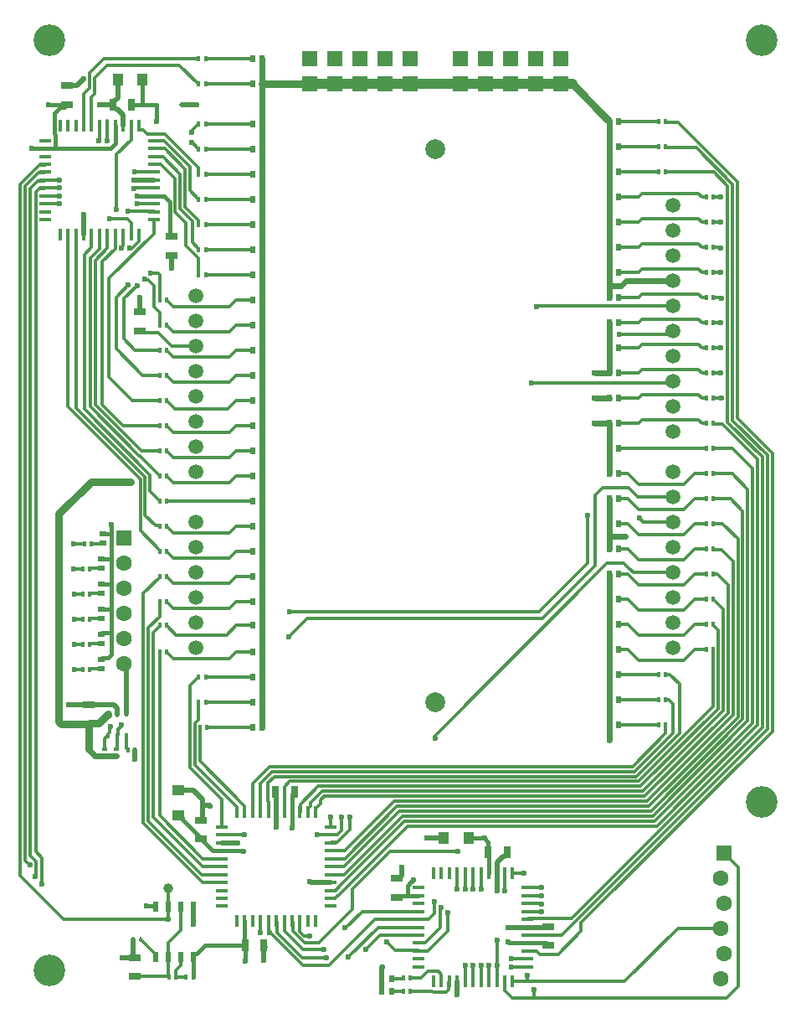
<source format=gtl>
G04*
G04 #@! TF.GenerationSoftware,Altium Limited,Altium Designer,19.0.14 (431)*
G04*
G04 Layer_Physical_Order=1*
G04 Layer_Color=255*
%FSLAX44Y44*%
%MOMM*%
G71*
G01*
G75*
%ADD19R,1.0000X1.3000*%
%ADD20R,1.3000X1.0000*%
%ADD21R,0.3000X0.5000*%
%ADD22R,0.6000X0.7000*%
%ADD23R,0.4000X0.6000*%
%ADD24R,0.5000X0.3000*%
%ADD25R,0.7000X0.6000*%
%ADD26R,1.2500X0.8000*%
%ADD27R,0.8000X1.2500*%
%ADD28R,0.2500X0.5000*%
%ADD29C,1.0000*%
%ADD30R,0.5000X1.1000*%
%ADD31R,0.4000X1.2000*%
%ADD32R,1.2000X0.4000*%
%ADD53C,0.4000*%
%ADD54C,0.5000*%
%ADD55C,0.3000*%
%ADD56C,1.0000*%
%ADD57C,0.8000*%
%ADD58C,0.6000*%
%ADD59R,1.6000X1.6000*%
%ADD60C,2.0000*%
%ADD61C,1.5000*%
%ADD62C,3.2000*%
%ADD63R,1.6000X1.6000*%
%ADD64C,1.6000*%
%ADD65C,0.6000*%
D19*
X438604Y173482D02*
D03*
X463604D02*
D03*
X108912Y940000D02*
D03*
X133912D02*
D03*
D20*
X169926Y221796D02*
D03*
Y196796D02*
D03*
D21*
X397914Y31994D02*
D03*
X404914D02*
D03*
X397914Y19040D02*
D03*
X404914D02*
D03*
X167424Y33010D02*
D03*
X160424D02*
D03*
X184950Y33264D02*
D03*
X177950D02*
D03*
X118764Y262880D02*
D03*
X125764D02*
D03*
X81826Y471160D02*
D03*
X74826D02*
D03*
X80048Y445760D02*
D03*
X73048D02*
D03*
X80048Y420360D02*
D03*
X73048D02*
D03*
X80048Y394960D02*
D03*
X73048D02*
D03*
X80048Y369560D02*
D03*
X73048D02*
D03*
X80048Y344160D02*
D03*
X73048D02*
D03*
X158026Y590540D02*
D03*
X151026D02*
D03*
X158026Y565140D02*
D03*
X151026D02*
D03*
X158026Y539740D02*
D03*
X151026D02*
D03*
X158026Y514340D02*
D03*
X151026D02*
D03*
X158026Y488940D02*
D03*
X151026D02*
D03*
X158026Y463540D02*
D03*
X151026D02*
D03*
X158026Y438140D02*
D03*
X151026D02*
D03*
X158026Y412740D02*
D03*
X151026D02*
D03*
X158026Y388610D02*
D03*
X151026D02*
D03*
X158026Y361940D02*
D03*
X151026D02*
D03*
X197650Y336540D02*
D03*
X190650D02*
D03*
X197650Y311140D02*
D03*
X190650D02*
D03*
X198920Y285740D02*
D03*
X191920D02*
D03*
X158026Y615940D02*
D03*
X151026D02*
D03*
X158026Y641340D02*
D03*
X151026D02*
D03*
X158026Y666740D02*
D03*
X151026D02*
D03*
X158026Y692140D02*
D03*
X151026D02*
D03*
X158026Y717540D02*
D03*
X151026D02*
D03*
X197650Y742940D02*
D03*
X190650D02*
D03*
X197650Y768340D02*
D03*
X190650D02*
D03*
X197650Y793740D02*
D03*
X190650D02*
D03*
X197650Y819140D02*
D03*
X190650D02*
D03*
X197650Y844540D02*
D03*
X190650D02*
D03*
X197650Y869940D02*
D03*
X190650D02*
D03*
X197650Y895340D02*
D03*
X190650D02*
D03*
X197650Y935340D02*
D03*
X190650D02*
D03*
X197650Y960740D02*
D03*
X190650D02*
D03*
X703984Y364234D02*
D03*
X710984D02*
D03*
X703984Y389605D02*
D03*
X710984D02*
D03*
X703984Y414976D02*
D03*
X710984D02*
D03*
X703984Y440347D02*
D03*
X710984D02*
D03*
X703984Y465718D02*
D03*
X710984D02*
D03*
X703984Y491088D02*
D03*
X710984D02*
D03*
X703984Y516459D02*
D03*
X710984D02*
D03*
X703984Y541830D02*
D03*
X710984D02*
D03*
X703984Y567201D02*
D03*
X710984D02*
D03*
X703984Y592572D02*
D03*
X710984D02*
D03*
X703984Y618226D02*
D03*
X710984D02*
D03*
X703984Y643627D02*
D03*
X710984D02*
D03*
X703984Y669027D02*
D03*
X710984D02*
D03*
X703984Y694428D02*
D03*
X710984D02*
D03*
X703984Y719829D02*
D03*
X710984D02*
D03*
X703984Y745229D02*
D03*
X710984D02*
D03*
X703984Y770630D02*
D03*
X710984D02*
D03*
X703984Y796031D02*
D03*
X710984D02*
D03*
X703984Y821432D02*
D03*
X710984D02*
D03*
X655978Y288034D02*
D03*
X662978D02*
D03*
X655978Y313557D02*
D03*
X662978D02*
D03*
X655978Y339080D02*
D03*
X662978D02*
D03*
X655978Y846572D02*
D03*
X662978D02*
D03*
X655978Y872226D02*
D03*
X662978D02*
D03*
X655978Y897880D02*
D03*
X662978D02*
D03*
D22*
X385590Y31740D02*
D03*
X376090D02*
D03*
X385590Y18786D02*
D03*
X376090D02*
D03*
X615460Y592834D02*
D03*
X605960D02*
D03*
X245280Y463540D02*
D03*
X254780D02*
D03*
X615460Y567434D02*
D03*
X605960D02*
D03*
X245280Y488940D02*
D03*
X254780D02*
D03*
X615460Y542034D02*
D03*
X605960D02*
D03*
X245280Y514340D02*
D03*
X254780D02*
D03*
X615460Y516634D02*
D03*
X605960D02*
D03*
X245280Y539740D02*
D03*
X254780D02*
D03*
X615460Y491234D02*
D03*
X605960D02*
D03*
X245280Y565140D02*
D03*
X254780D02*
D03*
X615460Y465834D02*
D03*
X605960D02*
D03*
X245280Y590540D02*
D03*
X254780D02*
D03*
X615460Y440434D02*
D03*
X605960D02*
D03*
X245280Y615940D02*
D03*
X254780D02*
D03*
X615460Y415034D02*
D03*
X605960D02*
D03*
X245280Y641340D02*
D03*
X254780D02*
D03*
X615460Y389634D02*
D03*
X605960D02*
D03*
X245280Y666740D02*
D03*
X254780D02*
D03*
X615714Y872233D02*
D03*
X606214D02*
D03*
X615460Y364234D02*
D03*
X605960D02*
D03*
X245280Y692140D02*
D03*
X254780D02*
D03*
X615714Y846832D02*
D03*
X606214D02*
D03*
X615460Y338834D02*
D03*
X605960D02*
D03*
X245280Y717540D02*
D03*
X254780D02*
D03*
X615714Y821432D02*
D03*
X606214D02*
D03*
X615460Y313434D02*
D03*
X605960D02*
D03*
X245280Y742940D02*
D03*
X254780D02*
D03*
X615714Y796031D02*
D03*
X606214D02*
D03*
X615460Y288034D02*
D03*
X605960D02*
D03*
X245280Y768340D02*
D03*
X254780D02*
D03*
X615714Y770630D02*
D03*
X606214D02*
D03*
X245280Y793740D02*
D03*
X254780D02*
D03*
X615714Y745229D02*
D03*
X606214D02*
D03*
X245280Y311140D02*
D03*
X254780D02*
D03*
X245280Y819140D02*
D03*
X254780D02*
D03*
X615714Y719829D02*
D03*
X606214D02*
D03*
X245280Y336540D02*
D03*
X254780D02*
D03*
X245280Y844540D02*
D03*
X254780D02*
D03*
X615714Y694428D02*
D03*
X606214D02*
D03*
X245280Y361940D02*
D03*
X254780D02*
D03*
X245280Y869940D02*
D03*
X254780D02*
D03*
X615714Y669027D02*
D03*
X606214D02*
D03*
X245280Y388610D02*
D03*
X254780D02*
D03*
X245280Y895340D02*
D03*
X254780D02*
D03*
X615714Y643627D02*
D03*
X606214D02*
D03*
X245280Y412740D02*
D03*
X254780D02*
D03*
X245280Y935340D02*
D03*
X254780D02*
D03*
X615714Y618226D02*
D03*
X606214D02*
D03*
X245280Y438140D02*
D03*
X254780D02*
D03*
X615714Y897634D02*
D03*
X606214D02*
D03*
X245280Y285740D02*
D03*
X254780D02*
D03*
X245280Y960740D02*
D03*
X254780D02*
D03*
D23*
X108196Y277457D02*
D03*
X98696Y299457D02*
D03*
X117696D02*
D03*
X108196D02*
D03*
X117696Y277457D02*
D03*
X98696D02*
D03*
D24*
X107282Y256642D02*
D03*
Y263642D02*
D03*
X95090Y256586D02*
D03*
Y263586D02*
D03*
D25*
X92296Y344998D02*
D03*
Y354498D02*
D03*
X94074Y471998D02*
D03*
Y481498D02*
D03*
X92296Y370398D02*
D03*
Y379898D02*
D03*
Y395798D02*
D03*
Y405298D02*
D03*
Y421198D02*
D03*
Y430698D02*
D03*
Y446598D02*
D03*
Y456098D02*
D03*
D26*
X79088Y289194D02*
D03*
Y308194D02*
D03*
X126078Y33670D02*
D03*
Y52670D02*
D03*
X192626Y172608D02*
D03*
Y191608D02*
D03*
X130626Y686206D02*
D03*
Y705206D02*
D03*
X163416Y781244D02*
D03*
Y762244D02*
D03*
X56990Y914948D02*
D03*
Y933948D02*
D03*
X544322Y65176D02*
D03*
Y84176D02*
D03*
X391254Y114056D02*
D03*
Y133056D02*
D03*
D27*
X237736Y65014D02*
D03*
X256736D02*
D03*
X287376Y219964D02*
D03*
X268376D02*
D03*
X122624Y914898D02*
D03*
X103624D02*
D03*
X483608Y159502D02*
D03*
X502608D02*
D03*
D28*
X124360Y71364D02*
D03*
X131860D02*
D03*
D29*
X159606Y122672D02*
D03*
D30*
X146906Y53330D02*
D03*
X159606D02*
D03*
X172306D02*
D03*
X185006D02*
D03*
X146906Y104330D02*
D03*
X159606D02*
D03*
X172306D02*
D03*
X185006D02*
D03*
D31*
X309080Y199770D02*
D03*
X301080D02*
D03*
X293080D02*
D03*
X285080D02*
D03*
X277080D02*
D03*
X269080D02*
D03*
X261080D02*
D03*
X253080D02*
D03*
X245080D02*
D03*
X237080D02*
D03*
X229080D02*
D03*
Y89770D02*
D03*
X237080D02*
D03*
X245080D02*
D03*
X253080D02*
D03*
X261080D02*
D03*
X269080D02*
D03*
X277080D02*
D03*
X285080D02*
D03*
X293080D02*
D03*
X301080D02*
D03*
X309080D02*
D03*
X50264Y893444D02*
D03*
X58264D02*
D03*
X66264D02*
D03*
X74264D02*
D03*
X82264D02*
D03*
X90264D02*
D03*
X98264D02*
D03*
X106264D02*
D03*
X114264D02*
D03*
X122264D02*
D03*
X130264D02*
D03*
Y783444D02*
D03*
X122264D02*
D03*
X114264D02*
D03*
X106264D02*
D03*
X98264D02*
D03*
X90264D02*
D03*
X82264D02*
D03*
X74264D02*
D03*
X66264D02*
D03*
X58264D02*
D03*
X50264D02*
D03*
X428216Y138556D02*
D03*
X436216D02*
D03*
X444216D02*
D03*
X452216D02*
D03*
X460216D02*
D03*
X468216D02*
D03*
X476216D02*
D03*
X484216D02*
D03*
X492216D02*
D03*
X500216D02*
D03*
X508216D02*
D03*
Y28556D02*
D03*
X500216D02*
D03*
X492216D02*
D03*
X484216D02*
D03*
X476216D02*
D03*
X468216D02*
D03*
X460216D02*
D03*
X452216D02*
D03*
X444216D02*
D03*
X436216D02*
D03*
X428216D02*
D03*
D32*
X214080Y104770D02*
D03*
Y112770D02*
D03*
Y120770D02*
D03*
Y128770D02*
D03*
Y136770D02*
D03*
Y144770D02*
D03*
Y152770D02*
D03*
Y160770D02*
D03*
Y168770D02*
D03*
Y176770D02*
D03*
Y184770D02*
D03*
X324080D02*
D03*
Y176770D02*
D03*
Y168770D02*
D03*
Y160770D02*
D03*
Y152770D02*
D03*
Y144770D02*
D03*
Y136770D02*
D03*
Y128770D02*
D03*
Y120770D02*
D03*
Y112770D02*
D03*
Y104770D02*
D03*
X145264Y798444D02*
D03*
Y806444D02*
D03*
Y814444D02*
D03*
Y822444D02*
D03*
Y830444D02*
D03*
Y838444D02*
D03*
Y846444D02*
D03*
Y854444D02*
D03*
Y862444D02*
D03*
Y870444D02*
D03*
Y878444D02*
D03*
X35264D02*
D03*
Y870444D02*
D03*
Y862444D02*
D03*
Y854444D02*
D03*
Y846444D02*
D03*
Y838444D02*
D03*
Y830444D02*
D03*
Y822444D02*
D03*
Y814444D02*
D03*
Y806444D02*
D03*
Y798444D02*
D03*
X523216Y43556D02*
D03*
Y51556D02*
D03*
Y59556D02*
D03*
Y67556D02*
D03*
Y75556D02*
D03*
Y83556D02*
D03*
Y91556D02*
D03*
Y99556D02*
D03*
Y107556D02*
D03*
Y115556D02*
D03*
Y123556D02*
D03*
X413216D02*
D03*
Y115556D02*
D03*
Y107556D02*
D03*
Y99556D02*
D03*
Y91556D02*
D03*
Y83556D02*
D03*
Y75556D02*
D03*
Y67556D02*
D03*
Y59556D02*
D03*
Y51556D02*
D03*
Y43556D02*
D03*
D53*
X480060Y173482D02*
X483608Y169934D01*
Y159502D02*
Y169934D01*
X463604Y173482D02*
X480060D01*
X122624Y917148D02*
X124864Y914908D01*
X161218Y781244D02*
Y816766D01*
X192626Y172608D02*
X193134D01*
X190126Y175108D02*
Y176596D01*
X174426Y192296D02*
X190126Y176596D01*
X174426Y192296D02*
Y193796D01*
X171426Y196796D02*
X174426Y193796D01*
X169926Y196796D02*
X171426D01*
X133912Y914908D02*
Y940000D01*
X124864Y914908D02*
X133912D01*
X122624Y914898D02*
X148176D01*
X122624D02*
Y917148D01*
X92296Y430698D02*
X101516D01*
X101948Y430266D01*
X93296Y355498D02*
X98554D01*
X92296Y354498D02*
X93296Y355498D01*
X101948Y358892D02*
Y381244D01*
X98554Y355498D02*
X101948Y358892D01*
X93296Y380898D02*
X101602D01*
X92296Y379898D02*
X93296Y380898D01*
X101602D02*
X101948Y381244D01*
X92296Y405298D02*
X101262D01*
X101948Y404612D01*
X92296Y456098D02*
X101872D01*
X101948Y456174D01*
Y404612D02*
Y430266D01*
Y381244D02*
Y404612D01*
Y430266D02*
Y456174D01*
Y479155D02*
Y490718D01*
X285080Y199770D02*
Y217668D01*
X287376Y219964D01*
X401066Y115556D02*
X413216D01*
X392754D02*
X401066D01*
X405559Y129556D02*
X405875D01*
X407383Y131064D01*
X407924D01*
X401754Y125751D02*
X405559Y129556D01*
X401754Y116244D02*
Y125751D01*
X401066Y115556D02*
X401754Y116244D01*
X128624Y822314D02*
X128754Y822444D01*
X145264D01*
X523216Y67556D02*
X541942D01*
X544322Y65176D01*
X391254Y114056D02*
X392754Y115556D01*
X21844Y870204D02*
X22084Y870444D01*
X35264D01*
X38862Y914654D02*
X39156Y914948D01*
X56990D01*
X148176Y897796D02*
X148336Y897636D01*
X148176Y897796D02*
Y914898D01*
X504716Y67556D02*
X523216D01*
X503692Y68580D02*
X504716Y67556D01*
X190126Y175108D02*
X192626Y172608D01*
X137668Y104770D02*
X146466D01*
X146906Y104330D01*
X237736Y49792D02*
Y65014D01*
Y49792D02*
X237998Y49530D01*
X106264Y875272D02*
Y893444D01*
X101436Y870444D02*
X106264Y875272D01*
X47084Y870444D02*
X101436D01*
X35264D02*
X47084D01*
X45814Y871714D02*
X47084Y870444D01*
X45814Y871714D02*
Y884237D01*
X44264Y885787D02*
X45814Y884237D01*
X44264Y885787D02*
Y906236D01*
X50476Y912448D01*
X54490D01*
X56990Y914948D01*
X155540Y822444D02*
X161218Y816766D01*
Y781244D02*
X163416D01*
X145264Y822444D02*
X155540D01*
X188506Y56830D02*
X197346Y65670D01*
X185506Y56830D02*
X188506D01*
X185006Y56330D02*
X185506Y56830D01*
X185006Y53330D02*
Y56330D01*
X197346Y65670D02*
X237080D01*
X184950Y53274D02*
X185006Y53330D01*
X184950Y33264D02*
Y53274D01*
X101948Y456174D02*
Y479155D01*
X100332Y480771D02*
X101948Y479155D01*
X94801Y480771D02*
X100332D01*
X94074Y481498D02*
X94801Y480771D01*
X483608Y159502D02*
X484216Y158894D01*
Y138556D02*
Y158894D01*
X235554Y160770D02*
X235804Y160520D01*
X214080Y160770D02*
X235554D01*
X285080Y183634D02*
X285082Y183632D01*
X285080Y183634D02*
Y199770D01*
X193134Y172608D02*
X204972Y160770D01*
X214080D01*
X237080Y65670D02*
Y89770D01*
D54*
X421640Y173482D02*
X438604D01*
X194404Y206502D02*
Y212504D01*
Y193386D02*
Y206502D01*
X202206D02*
X202438Y206270D01*
X194404Y206502D02*
X202206D01*
X185112Y221796D02*
X194404Y212504D01*
X169926Y221796D02*
X185112D01*
X105983Y918648D02*
X108912Y921577D01*
X105124Y918648D02*
X105983D01*
X103624Y917148D02*
X105124Y918648D01*
X103624Y914898D02*
Y917148D01*
X108912Y921577D02*
Y940000D01*
X103624Y912898D02*
Y914898D01*
Y912898D02*
X106124Y910398D01*
X107254Y256614D02*
X107282Y256642D01*
X124360Y54388D02*
Y71364D01*
Y54388D02*
X126078Y52670D01*
X130626Y719639D02*
X131147Y720160D01*
X130626Y705206D02*
Y719639D01*
X269080Y199770D02*
Y219260D01*
X268376Y219964D02*
X269080Y219260D01*
X108196Y298457D02*
Y299457D01*
X125764Y253178D02*
Y262880D01*
X108196Y299457D02*
Y305146D01*
X125570Y252984D02*
X125764Y253178D01*
X523216Y83556D02*
X543702D01*
X503776D02*
X523216D01*
X256380Y62118D02*
X258006Y63744D01*
X117696Y299457D02*
Y343690D01*
X115156Y346230D02*
X117696Y343690D01*
X163322Y749554D02*
X163416Y749648D01*
Y762244D01*
X543702Y83556D02*
X544322Y84176D01*
X304300Y128770D02*
X324080D01*
X303022Y130048D02*
X304300Y128770D01*
X395986Y144272D02*
X396240Y144526D01*
X395986Y137788D02*
Y144272D01*
X395754Y137556D02*
X395986Y137788D01*
X395754Y135556D02*
Y137556D01*
X393254Y133056D02*
X395754Y135556D01*
X391254Y133056D02*
X393254D01*
X59182Y308356D02*
X59344Y308194D01*
X79088D01*
X503522Y83302D02*
X503776Y83556D01*
X173176Y914898D02*
X188816D01*
X67147Y934199D02*
X74008Y941060D01*
X57241Y934199D02*
X67147D01*
X56990Y933948D02*
X57241Y934199D01*
X115156Y346230D02*
Y349748D01*
X105148Y308194D02*
X108196Y305146D01*
X79088Y308194D02*
X105148D01*
X184950Y86604D02*
X185006Y86660D01*
Y104330D01*
X114264Y893444D02*
Y904258D01*
X106124Y910398D02*
X108124D01*
X114264Y904258D01*
X90010Y914898D02*
X103624D01*
X125310Y838444D02*
X145264D01*
X74264Y783444D02*
Y803398D01*
X74516Y803650D01*
X112870Y52568D02*
X112972Y52670D01*
X126078D01*
X376090Y31740D02*
Y43500D01*
Y18786D02*
Y31740D01*
Y43500D02*
X376268Y43678D01*
X452216Y15486D02*
X452218Y15484D01*
X452216Y15486D02*
Y28556D01*
X492216Y138556D02*
Y149110D01*
X498108Y155002D01*
X500108D01*
X502608Y157502D01*
Y159502D01*
X492216Y120770D02*
Y138556D01*
X256380Y50028D02*
Y62118D01*
X256736Y65014D02*
X258006Y63744D01*
X269080Y184394D02*
Y199770D01*
X192626Y191608D02*
X194404Y193386D01*
X214080Y168770D02*
X229710D01*
D55*
X492278Y45136D02*
Y70840D01*
X468216Y28556D02*
Y42953D01*
X492216Y70866D02*
X492304D01*
X98298Y954786D02*
X171204D01*
X85508Y941996D02*
X98298Y954786D01*
X85508Y925518D02*
Y941996D01*
X74264Y893444D02*
Y925322D01*
X80508Y931566D02*
Y946434D01*
X74264Y925322D02*
X80508Y931566D01*
X82264Y893444D02*
Y922274D01*
X85508Y925518D01*
X171204Y954786D02*
X190650Y935340D01*
X80508Y946434D02*
X94814Y960740D01*
X190650D01*
X80048Y445760D02*
Y446179D01*
X91877D01*
X92296Y446598D01*
X80048Y420360D02*
Y420779D01*
X91877D01*
X92296Y421198D01*
X80048Y369560D02*
Y369979D01*
X91877D01*
X92296Y370398D01*
X80048Y344160D02*
Y344579D01*
X91877D01*
X92296Y344998D01*
X80048Y394960D02*
Y395379D01*
X91877D01*
X92296Y395798D01*
X64356Y445760D02*
X73048D01*
X65372Y394960D02*
X73048D01*
X65372Y369560D02*
X73048D01*
X65372Y344160D02*
X73048D01*
X65372Y420360D02*
X73048D01*
X667616Y683006D02*
X670400Y685790D01*
X616204Y683006D02*
X667616D01*
X158026Y614940D02*
X158828D01*
X219560Y607060D02*
X228440Y615940D01*
X166708Y607060D02*
X219560D01*
X158828Y614940D02*
X166708Y607060D01*
X261580Y79372D02*
X295900Y45052D01*
X710730Y821427D02*
X718660D01*
X662978Y871226D02*
X693986D01*
X730852Y834360D01*
X662978Y896880D02*
X675403D01*
X735852Y836431D01*
X81826Y471160D02*
X93236D01*
X94074Y471998D01*
X64356Y471160D02*
X74826D01*
X146869Y489147D02*
X151026D01*
X136478Y499538D02*
X146869Y489147D01*
X151026Y488940D02*
Y489147D01*
X333580Y125554D02*
X398954Y190928D01*
X262288Y245928D02*
X629320D01*
X264949Y240928D02*
X631391D01*
X267020Y235928D02*
X633462D01*
X260376Y210998D02*
Y229284D01*
X282390Y230928D02*
X635534D01*
X277080Y199770D02*
Y225618D01*
X86126Y611652D02*
Y757395D01*
X245080Y199770D02*
Y228720D01*
X262288Y245928D01*
X260376Y229284D02*
X267020Y235928D01*
X277080Y225618D02*
X282390Y230928D01*
X324080Y120770D02*
X329030D01*
X333580Y125320D01*
Y125554D01*
X145906Y57330D02*
X146906Y56330D01*
X132110Y70364D02*
X132860D01*
X145894Y57330D02*
X145906D01*
X132860Y70364D02*
X145894Y57330D01*
X131860Y70614D02*
X132110Y70364D01*
X253080Y199770D02*
Y229059D01*
X264949Y240928D01*
X131860Y70614D02*
Y71364D01*
X146906Y53330D02*
Y56330D01*
X577596Y88138D02*
X770998Y281540D01*
X577596Y79756D02*
Y88138D01*
X554228Y56388D02*
X577596Y79756D01*
X535900Y56388D02*
X554228D01*
X311710Y225928D02*
X637605D01*
X317591Y215928D02*
X641747D01*
X388728Y210928D02*
X643818D01*
X391348Y205928D02*
X645889D01*
X393460Y200928D02*
X647960D01*
X396588Y195928D02*
X650031D01*
X398954Y190928D02*
X652102D01*
X662735Y279343D02*
Y287034D01*
X629320Y245928D02*
X662735Y279343D01*
X670400Y279936D02*
Y309108D01*
X631391Y240928D02*
X670400Y279936D01*
X677004Y279469D02*
Y329174D01*
X633462Y235928D02*
X677004Y279469D01*
X710984Y306378D02*
Y364234D01*
X635534Y230928D02*
X710984Y306378D01*
X715984Y304307D02*
Y383605D01*
X637605Y225928D02*
X715984Y304307D01*
X720984Y302236D02*
Y404976D01*
X639676Y220928D02*
X720984Y302236D01*
X315520Y220928D02*
X639676D01*
X725984Y300165D02*
Y429292D01*
X641747Y215928D02*
X725984Y300165D01*
X730984Y298094D02*
Y453502D01*
X643818Y210928D02*
X730984Y298094D01*
X735984Y296023D02*
Y475680D01*
X645889Y205928D02*
X735984Y296023D01*
X740984Y293952D02*
Y504208D01*
X647960Y200928D02*
X740984Y293952D01*
X745984Y291881D02*
Y525965D01*
X650031Y195928D02*
X745984Y291881D01*
X750984Y289810D02*
Y547040D01*
X652102Y190928D02*
X750984Y289810D01*
X755998Y287753D02*
Y556504D01*
X654173Y185928D02*
X755998Y287753D01*
X402188Y185928D02*
X654173D01*
X760998Y285682D02*
Y558575D01*
X567492Y92176D02*
X760998Y285682D01*
X529473Y92176D02*
X567492D01*
X765998Y283611D02*
Y560646D01*
X557943Y75556D02*
X765998Y283611D01*
X523216Y75556D02*
X557943D01*
X770998Y281540D02*
Y562717D01*
X139353Y737710D02*
X145288Y731775D01*
Y710692D02*
Y731775D01*
Y710692D02*
X151026Y704954D01*
X136134Y737710D02*
X139353D01*
X135730Y738114D02*
X136134Y737710D01*
X151026Y717540D02*
Y742453D01*
X149269Y744210D02*
X151026Y742453D01*
X142334Y744210D02*
X149269D01*
X132869Y683963D02*
X149753D01*
X163166Y670550D01*
X187800D01*
X130626Y686206D02*
X132869Y683963D01*
X126084Y666740D02*
X151026D01*
X114808Y678016D02*
X126084Y666740D01*
X114808Y678016D02*
Y718668D01*
X128110Y731970D01*
Y732018D01*
X107188Y667990D02*
X133838Y641340D01*
X107188Y667990D02*
Y720240D01*
X119220Y732272D01*
X99822Y739036D02*
X145264Y784478D01*
X99822Y639572D02*
X123454Y615940D01*
X99822Y639572D02*
Y739036D01*
X106264Y769112D02*
Y783444D01*
X93218Y756066D02*
X106264Y769112D01*
X93218Y611632D02*
Y756066D01*
X86126Y757395D02*
X98264Y769533D01*
Y783444D01*
X90264Y768604D02*
Y783444D01*
X81050Y609658D02*
Y759390D01*
X90264Y768604D01*
X82264Y770382D02*
Y783444D01*
X74930Y763048D02*
X82264Y770382D01*
X74930Y606886D02*
Y763048D01*
Y606886D02*
X141478Y540338D01*
X151026Y692140D02*
Y704954D01*
X133838Y641340D02*
X151026D01*
X123454Y615940D02*
X151026D01*
X538292Y395798D02*
X591820Y449326D01*
X300734Y395798D02*
X538292D01*
X281686Y376750D02*
X300734Y395798D01*
X131478Y484088D02*
Y536196D01*
Y484088D02*
X151026Y464540D01*
Y463540D02*
Y464540D01*
X293580Y207798D02*
X311710Y225928D01*
X293580Y200270D02*
Y207798D01*
X293080Y199770D02*
X293580Y200270D01*
X303580Y208988D02*
X315520Y220928D01*
X303580Y206270D02*
Y208988D01*
X301080Y203770D02*
X303580Y206270D01*
X301080Y199770D02*
Y203770D01*
X313823Y212160D02*
X317591Y215928D01*
X313823Y208513D02*
Y212160D01*
X309080Y203770D02*
X313823Y208513D01*
X309080Y199770D02*
Y203770D01*
X136478Y499538D02*
Y538267D01*
X58264Y609410D02*
X131478Y536196D01*
X66264Y608481D02*
X136478Y538267D01*
X141478Y523888D02*
Y540338D01*
Y523888D02*
X151026Y514340D01*
X66264Y608481D02*
Y783444D01*
X58264Y609410D02*
Y783444D01*
X130626Y560140D02*
X151026Y539740D01*
X130568Y560140D02*
X130626D01*
X710984Y464718D02*
X719768D01*
X338570Y160770D02*
X388728Y210928D01*
X324080Y160770D02*
X338570D01*
X338190Y152770D02*
X391348Y205928D01*
X324080Y152770D02*
X338190D01*
X337302Y144770D02*
X393460Y200928D01*
X324080Y144770D02*
X337302D01*
X337430Y136770D02*
X396588Y195928D01*
X324080Y136770D02*
X337430D01*
X331530Y115270D02*
X402188Y185928D01*
X330580Y115270D02*
X331530D01*
X384048Y160274D02*
X452882D01*
X346202Y122428D02*
X384048Y160274D01*
X346202Y101854D02*
Y122428D01*
X710984Y591942D02*
X720560D01*
X710984Y440137D02*
X715139D01*
X710984Y413976D02*
X711984D01*
X328080Y112770D02*
X330580Y115270D01*
X324080Y112770D02*
X328080D01*
X260376Y210998D02*
X261080Y210294D01*
Y199770D02*
Y210294D01*
X218798Y378968D02*
X228440Y388610D01*
X167470Y378968D02*
X218798D01*
X158828Y387610D02*
X167470Y378968D01*
X81050Y609658D02*
X130568Y560140D01*
X158026Y387610D02*
X158828D01*
X132639Y565140D02*
X151026D01*
X86126Y611652D02*
X132639Y565140D01*
X114310Y590540D02*
X151026D01*
X93218Y611632D02*
X114310Y590540D01*
X33244Y830520D02*
X49422D01*
X34764Y838520D02*
X49422D01*
X338836Y82804D02*
X339090D01*
X355842Y99556D01*
X413216D01*
X312156Y67808D02*
X346202Y101854D01*
X20320Y156146D02*
Y830326D01*
Y156146D02*
X26312Y150154D01*
X20320Y830326D02*
X27938Y837944D01*
X25764Y826229D02*
X29479Y829944D01*
X25764Y160164D02*
Y826229D01*
X15320Y151304D02*
Y832397D01*
X10320Y135476D02*
Y834468D01*
X54240Y91556D02*
X159606D01*
X10320Y135476D02*
X54240Y91556D01*
X26312Y137907D02*
Y150154D01*
X25974Y137569D02*
X26312Y137907D01*
X25974Y136210D02*
Y137569D01*
X25400Y135636D02*
X25974Y136210D01*
X25400Y135636D02*
X25654Y135382D01*
X27938Y837944D02*
X34764D01*
X15320Y151304D02*
X19558Y147066D01*
X19812D01*
X435356Y82804D02*
Y103378D01*
X668632Y633222D02*
X670400Y634990D01*
X527050Y633222D02*
X668632D01*
X532384Y711190D02*
X670400D01*
X33244Y814520D02*
X49422D01*
X435356Y103378D02*
X435864D01*
X420108Y67556D02*
X435356Y82804D01*
X413216Y67556D02*
X420108D01*
X35264Y814444D02*
X35318Y814390D01*
X442468Y79788D02*
Y98552D01*
X422236Y59556D02*
X442468Y79788D01*
X407091Y60056D02*
X412716D01*
X413216Y59556D02*
X422236D01*
X412716Y60056D02*
X413216Y59556D01*
X380586Y68570D02*
X388968Y60188D01*
X406959D02*
X407091Y60056D01*
X388968Y60188D02*
X406959D01*
X302288Y74986D02*
X302862Y74412D01*
X293080Y79204D02*
Y89770D01*
X297298Y74986D02*
X302288D01*
X293080Y79204D02*
X297298Y74986D01*
X603504Y451358D02*
X620522D01*
X429514Y277368D02*
X603504Y451358D01*
X429514Y274828D02*
Y277368D01*
X591820Y449326D02*
Y520446D01*
X584200Y451866D02*
Y499364D01*
X534484Y402150D02*
X584200Y451866D01*
X282702Y402150D02*
X534484D01*
X620522Y451358D02*
X626533Y445347D01*
X626743D01*
X630140Y441950D01*
X670400D01*
X297405Y67808D02*
X312156D01*
X429260Y97790D02*
Y109220D01*
X423026Y91556D02*
X429260Y97790D01*
X413216Y91556D02*
X423026D01*
X710730Y669026D02*
X718660D01*
X310388Y176784D02*
X324066D01*
X324080Y176770D01*
X530098Y11938D02*
X724662D01*
X507746D02*
X530098D01*
X529844Y20570D02*
X530098Y20316D01*
Y11938D02*
Y20316D01*
X724662Y11938D02*
X736527Y23803D01*
X500216Y19468D02*
X507746Y11938D01*
X522986Y28556D02*
X621595D01*
X508216D02*
X522986D01*
Y35028D01*
X112776Y770890D02*
X114264Y772378D01*
X112776Y770128D02*
Y770890D01*
X114264Y772378D02*
Y783444D01*
X120904Y769874D02*
X121158D01*
X122174Y768858D01*
X129764Y776448D01*
X113983Y783725D02*
X114264Y783444D01*
X100838Y285496D02*
X101600Y286258D01*
X100838Y280598D02*
Y285496D01*
X108696Y283399D02*
X112014Y286716D01*
Y288290D01*
X108696Y277957D02*
Y283399D01*
X108196Y277457D02*
X108696Y277957D01*
X98696Y278457D02*
X100838Y280598D01*
X98696Y277457D02*
Y278457D01*
X412930Y99270D02*
X413216Y99556D01*
X25764Y160164D02*
X32258Y153670D01*
Y127000D02*
Y153670D01*
X159606Y104330D02*
Y122672D01*
X129764Y776448D02*
Y782944D01*
X130264Y783444D01*
X122264D02*
Y795184D01*
X118110Y799338D02*
X122264Y795184D01*
X100838Y799338D02*
X118110D01*
X107696Y864420D02*
X122264Y878988D01*
Y893444D01*
X107696Y808736D02*
Y864420D01*
X324080Y195302D02*
X324104Y195326D01*
X324080Y184770D02*
Y195302D01*
X334772Y181102D02*
Y195072D01*
X330940Y177270D02*
X334772Y181102D01*
X324580Y177270D02*
X330940D01*
X324080Y176770D02*
X324580Y177270D01*
X343916Y182118D02*
Y195072D01*
X331068Y169270D02*
X343916Y182118D01*
X324580Y169270D02*
X331068D01*
X324080Y168770D02*
X324580Y169270D01*
X591820Y520446D02*
X599440Y528066D01*
X625094D01*
X635010Y518150D01*
X670400D01*
X500216Y19468D02*
Y28556D01*
X736527Y23803D02*
Y144018D01*
X722089Y158456D02*
X736527Y144018D01*
X529353Y92056D02*
X529473Y92176D01*
X523716Y92056D02*
X529353D01*
X523216Y91556D02*
X523716Y92056D01*
X532732Y59556D02*
X535900Y56388D01*
X500380Y120650D02*
Y138392D01*
X500216Y138556D02*
X500380Y138392D01*
X492278Y70840D02*
X492304Y70866D01*
X236460Y176770D02*
X236474Y176784D01*
X214080Y176770D02*
X236460D01*
X33244Y822520D02*
X49422D01*
X34764Y837944D02*
X35264Y838444D01*
X28867Y845944D02*
X34764D01*
X15320Y832397D02*
X28867Y845944D01*
X34764D02*
X35264Y846444D01*
X10320Y834468D02*
X29796Y853944D01*
X34764D01*
X35264Y854444D01*
X29479Y829944D02*
X34764D01*
X35264Y830444D01*
Y854444D02*
X35764Y853944D01*
X253080Y78390D02*
Y89770D01*
Y78390D02*
X253238Y78232D01*
X159606Y91556D02*
Y104330D01*
X675294Y82256D02*
X718914D01*
X621595Y28556D02*
X675294Y82256D01*
X89756Y878322D02*
X90264Y878830D01*
Y893444D01*
X189650Y894340D02*
X190650D01*
X183736Y886704D02*
Y888426D01*
X189650Y894340D01*
X190650D02*
Y895340D01*
X98138Y878068D02*
Y898561D01*
X189650Y870940D02*
X190650D01*
X183736Y876544D02*
X184046D01*
X189650Y870940D01*
X190650Y869940D02*
Y870940D01*
X181718Y828072D02*
Y851851D01*
X155625Y877944D02*
X181718Y851851D01*
X145764Y877944D02*
X155625D01*
X145264Y878444D02*
X145764Y877944D01*
X156054Y870444D02*
X176718Y849780D01*
X154394Y861944D02*
X171718Y844620D01*
Y809568D02*
Y844620D01*
X176718Y811680D02*
Y849780D01*
X181718Y828072D02*
X189650Y820140D01*
X176718Y811680D02*
X190650Y797748D01*
X171718Y809568D02*
X183990Y797296D01*
X152500Y854444D02*
X166718Y840226D01*
Y806186D02*
Y840226D01*
Y806186D02*
X177640Y795264D01*
X190022Y769340D02*
X190650D01*
X189650Y820140D02*
X190650D01*
X138782Y884926D02*
X156812D01*
X134446Y889262D02*
X138782Y884926D01*
X130764Y889262D02*
X134446D01*
X130264Y889762D02*
X130764Y889262D01*
X130264Y889762D02*
Y893444D01*
X156812Y884926D02*
X190650Y851088D01*
Y844540D02*
Y851088D01*
Y819140D02*
Y820140D01*
X145264Y854444D02*
X152500D01*
X145764Y861944D02*
X154394D01*
X145264Y870444D02*
X156054D01*
X190650Y793740D02*
Y797748D01*
X145264Y862444D02*
X145764Y861944D01*
X183990Y775372D02*
Y797296D01*
X177640Y772400D02*
Y795264D01*
Y772400D02*
X190650Y759390D01*
X117696Y263948D02*
Y277457D01*
Y263948D02*
X118764Y262880D01*
X108196Y264556D02*
Y277457D01*
X107282Y263642D02*
X108196Y264556D01*
X95090Y273850D02*
X97196Y275957D01*
X95090Y263586D02*
Y273850D01*
X183990Y775372D02*
X190022Y769340D01*
X145264Y846444D02*
X149264D01*
X125952D02*
X145264D01*
X125570Y846826D02*
X125952Y846444D01*
X128364Y814314D02*
X128494Y814444D01*
X145264D01*
X119220Y806694D02*
X145014D01*
X145264Y806444D01*
X190650Y742940D02*
Y759390D01*
X145264Y784478D02*
Y798444D01*
X190650Y768340D02*
Y769340D01*
X126910Y830444D02*
X145264D01*
X126078Y33670D02*
X160424D01*
Y34010D01*
Y33010D02*
Y33670D01*
X159606Y34828D02*
X160424Y34010D01*
X159606Y34828D02*
Y53330D01*
Y68062D01*
X172306Y80762D01*
Y104330D01*
X167424Y33010D02*
X177950D01*
Y33264D01*
X167424Y39812D02*
X172306Y44694D01*
X167424Y33010D02*
Y39812D01*
X172306Y44694D02*
Y53330D01*
X640174Y492750D02*
X670400D01*
X636110Y496814D02*
X640174Y492750D01*
X435716Y29056D02*
Y36046D01*
X432910Y38852D02*
X435716Y36046D01*
X422496Y38852D02*
X432910D01*
X415638Y31994D02*
X422496Y38852D01*
X404914Y31994D02*
X415638D01*
X385590Y18786D02*
X397914D01*
Y19040D01*
X441038Y17770D02*
X443838Y20570D01*
Y28178D01*
X444216Y28556D01*
X428084Y17770D02*
X441038D01*
X426814Y19040D02*
X428084Y17770D01*
X404914Y19040D02*
X426814D01*
X435716Y29056D02*
X436216Y28556D01*
X385590Y31740D02*
X397914D01*
Y31994D01*
X508819Y51556D02*
X523216D01*
X508819Y43556D02*
X523216D01*
X460216Y28556D02*
Y42953D01*
X476216Y28556D02*
Y42953D01*
X484216Y28556D02*
Y42953D01*
X492216Y28556D02*
Y42953D01*
X523216Y59556D02*
X532732D01*
X735852Y597863D02*
X770998Y562717D01*
X735852Y597863D02*
Y836431D01*
X662978Y896880D02*
Y897880D01*
X523216Y75556D02*
X523368Y75404D01*
X730852Y595792D02*
X765998Y560646D01*
X730852Y595792D02*
Y834360D01*
X662978Y871226D02*
Y872226D01*
X725668Y593905D02*
X760998Y558575D01*
X725668Y593905D02*
Y722010D01*
X725414Y722264D02*
X725668Y722010D01*
X725414Y722264D02*
Y832727D01*
X711569Y846572D02*
X725414Y832727D01*
X662978Y846572D02*
X711569D01*
X523216Y99556D02*
X536418D01*
X710730Y796026D02*
X718660D01*
X710730Y770372D02*
X718660D01*
X523466Y115306D02*
X537050D01*
X523216Y123556D02*
X537812D01*
X523216Y107556D02*
X536418D01*
X536796Y107178D01*
X710730Y745480D02*
X718660D01*
X710984Y719572D02*
X718914D01*
X710730Y694426D02*
X718660D01*
X710730Y643626D02*
X718660D01*
X452216Y124159D02*
Y138556D01*
X460216Y124159D02*
Y138556D01*
X468216Y124159D02*
Y138556D01*
X476278Y121976D02*
Y124097D01*
X476216Y124159D02*
X476278Y124097D01*
X476216Y124159D02*
Y138556D01*
X508216D02*
X508352Y138420D01*
X519270D01*
X523216Y115556D02*
X523466Y115306D01*
X720560Y591942D02*
X755998Y556504D01*
X730823Y567201D02*
X750984Y547040D01*
X730119Y541830D02*
X745984Y525965D01*
X728733Y516459D02*
X740984Y504208D01*
X710984Y516459D02*
X728733D01*
X720576Y491088D02*
X735984Y475680D01*
X719768Y464718D02*
X730984Y453502D01*
X715139Y440137D02*
X725984Y429292D01*
X710984Y440137D02*
Y440347D01*
X711984Y413976D02*
X720984Y404976D01*
X710984Y388605D02*
X715984Y383605D01*
X718914Y618226D02*
X719168Y617972D01*
X710984Y618226D02*
X718914D01*
X699864Y821170D02*
X704238D01*
X696054Y824980D02*
X699864Y821170D01*
X639150Y824980D02*
X696054D01*
X635602Y821432D02*
X639150Y824980D01*
X615714Y821432D02*
X635602D01*
X699864Y795769D02*
X704238D01*
X696054Y799579D02*
X699864Y795769D01*
X639150Y799579D02*
X696054D01*
X635602Y796031D02*
X639150Y799579D01*
X615714Y796031D02*
X635602D01*
X699864Y770368D02*
X704238D01*
X696054Y774178D02*
X699864Y770368D01*
X639150Y774178D02*
X696054D01*
X635602Y770630D02*
X639150Y774178D01*
X615714Y770630D02*
X635602D01*
X699864Y744967D02*
X704238D01*
X696054Y748777D02*
X699864Y744967D01*
X639150Y748777D02*
X696054D01*
X635602Y745229D02*
X639150Y748777D01*
X615714Y745229D02*
X635602D01*
X699864Y719567D02*
X704238D01*
X696054Y723377D02*
X699864Y719567D01*
X639150Y723377D02*
X696054D01*
X635602Y719829D02*
X639150Y723377D01*
X615714Y719829D02*
X635602D01*
X699864Y694166D02*
X704238D01*
X696054Y697976D02*
X699864Y694166D01*
X639150Y697976D02*
X696054D01*
X635602Y694428D02*
X639150Y697976D01*
X615714Y694428D02*
X635602D01*
X699864Y668765D02*
X704238D01*
X696054Y672575D02*
X699864Y668765D01*
X639150Y672575D02*
X696054D01*
X635602Y669027D02*
X639150Y672575D01*
X615714Y669027D02*
X635602D01*
X699864Y643365D02*
X704238D01*
X696054Y647175D02*
X699864Y643365D01*
X639150Y647175D02*
X696054D01*
X635602Y643627D02*
X639150Y647175D01*
X615714Y643627D02*
X635602D01*
X699864Y617964D02*
X704238D01*
X696054Y621774D02*
X699864Y617964D01*
X639150Y621774D02*
X696054D01*
X635602Y618226D02*
X639150Y621774D01*
X615714Y618226D02*
X635602D01*
X374364Y75556D02*
X413216D01*
X359758Y60950D02*
X374364Y75556D01*
X295878Y61076D02*
X317186D01*
X277580Y79374D02*
X295878Y61076D01*
X372204Y83556D02*
X413216D01*
X342232Y53584D02*
X372204Y83556D01*
X368520Y91556D02*
X413216D01*
X322016Y45052D02*
X368520Y91556D01*
X294988Y53076D02*
X319880D01*
X269580Y78484D02*
X294988Y53076D01*
X269580Y78484D02*
Y89270D01*
X277580Y79374D02*
Y89270D01*
X285580Y79633D02*
X297405Y67808D01*
X295900Y45052D02*
X322016D01*
X261580Y79372D02*
Y89270D01*
X261080Y89770D02*
X261580Y89270D01*
X269080Y89770D02*
X269580Y89270D01*
X277080Y89770D02*
X277580Y89270D01*
X285580Y79633D02*
Y89270D01*
X285080Y89770D02*
X285580Y89270D01*
X134700Y420814D02*
X151026Y437140D01*
X134700Y188767D02*
Y420814D01*
Y188767D02*
X194697Y128770D01*
X662735Y287034D02*
X662978D01*
X151026Y196530D02*
Y361940D01*
Y196530D02*
X194786Y152770D01*
X139700Y190838D02*
X193768Y136770D01*
X139700Y386234D02*
X151026Y397560D01*
X144700Y194982D02*
X194912Y144770D01*
X144700Y381284D02*
X151026Y387610D01*
X194786Y152770D02*
X214080D01*
X144700Y194982D02*
Y381284D01*
X139700Y190838D02*
Y386234D01*
X194912Y144770D02*
X214080D01*
X193768Y136770D02*
X214080D01*
X194697Y128770D02*
X214080D01*
X615714Y846832D02*
X655978D01*
Y846572D02*
Y846832D01*
X615714Y872233D02*
X655978D01*
Y872226D02*
Y872233D01*
X615714Y897634D02*
X655978D01*
Y897880D01*
X151026Y437140D02*
Y438140D01*
Y387610D02*
Y388610D01*
Y397560D02*
Y412740D01*
X214080Y184770D02*
Y212765D01*
X181920Y244925D02*
Y327810D01*
Y244925D02*
X214080Y212765D01*
X186920Y246996D02*
Y289690D01*
X190650Y293420D01*
Y311140D01*
X189650Y335540D02*
X190650D01*
X181920Y327810D02*
X189650Y335540D01*
X186920Y246996D02*
X229080Y204836D01*
X237080Y199770D02*
Y206234D01*
X191920Y251394D02*
X237080Y206234D01*
X191920Y251394D02*
Y285740D01*
X229080Y199770D02*
Y204836D01*
X635348Y480412D02*
X681576D01*
X615460Y313434D02*
X655978D01*
X710984Y591942D02*
Y592572D01*
Y567201D02*
X730823D01*
X615460Y288034D02*
X655978D01*
X710984Y541830D02*
X730119D01*
X710984Y491088D02*
X720576D01*
X710984Y388605D02*
Y389605D01*
Y464718D02*
Y465718D01*
X667098Y339080D02*
X677004Y329174D01*
X662978Y339080D02*
X667098D01*
X665951Y313557D02*
X670400Y309108D01*
X662978Y313557D02*
X665951D01*
X710984Y413976D02*
Y414976D01*
X662978Y287034D02*
Y288034D01*
X615460Y592834D02*
X635348D01*
X638896Y596382D01*
X695800D01*
X699610Y592572D01*
X703984D01*
X615460Y567434D02*
X615693Y567201D01*
X703984D01*
X692252Y541830D02*
X703984D01*
X681576Y531154D02*
X692252Y541830D01*
X635348Y531154D02*
X681576D01*
X624672Y541830D02*
X635348Y531154D01*
X615460Y541830D02*
X624672D01*
X692252Y516459D02*
X703984D01*
X681576Y505783D02*
X692252Y516459D01*
X635348Y505783D02*
X681576D01*
X624672Y516459D02*
X635348Y505783D01*
X615460Y516459D02*
X624672D01*
X692252Y491088D02*
X703984D01*
X681576Y480412D02*
X692252Y491088D01*
X624672D02*
X635348Y480412D01*
X615460Y491088D02*
X624672D01*
X692252Y465718D02*
X703984D01*
X681576Y455042D02*
X692252Y465718D01*
X635348Y455042D02*
X681576D01*
X624672Y465718D02*
X635348Y455042D01*
X615460Y465718D02*
X624672D01*
X692252Y440347D02*
X703984D01*
X681576Y429671D02*
X692252Y440347D01*
X635348Y429671D02*
X681576D01*
X624672Y440347D02*
X635348Y429671D01*
X615460Y440347D02*
X624672D01*
X692252Y414976D02*
X703984D01*
X681576Y404300D02*
X692252Y414976D01*
X635348Y404300D02*
X681576D01*
X624672Y414976D02*
X635348Y404300D01*
X615460Y414976D02*
X624672D01*
X692252Y389605D02*
X703984D01*
X681576Y378929D02*
X692252Y389605D01*
X635348Y378929D02*
X681576D01*
X624672Y389605D02*
X635348Y378929D01*
X615460Y389605D02*
X624672D01*
X615460Y364234D02*
X624672D01*
X635348Y353558D01*
X681576D01*
X692252Y364234D01*
X703984D01*
X615460Y338834D02*
X655978D01*
Y339080D01*
Y313434D02*
Y313557D01*
Y288034D02*
Y288034D01*
X190650Y335540D02*
Y336540D01*
X197650D02*
X245280D01*
X197650Y311140D02*
X245280D01*
X198920Y285740D02*
X245280D01*
X158026Y360940D02*
X158828D01*
X228440Y361940D02*
X245280D01*
X221328Y354828D02*
X228440Y361940D01*
X192434Y354828D02*
X221328D01*
X192356Y354750D02*
X192434Y354828D01*
X165018Y354750D02*
X192356D01*
X158828Y360940D02*
X165018Y354750D01*
X158026Y360940D02*
Y361940D01*
X228440Y388610D02*
X245280D01*
X158026Y387610D02*
Y388610D01*
Y411740D02*
X158828D01*
X228440Y412740D02*
X245280D01*
X221328Y405628D02*
X228440Y412740D01*
X192434Y405628D02*
X221328D01*
X192356Y405550D02*
X192434Y405628D01*
X165018Y405550D02*
X192356D01*
X158828Y411740D02*
X165018Y405550D01*
X158026Y411740D02*
Y412740D01*
Y437140D02*
X158828D01*
X228440Y438140D02*
X245280D01*
X221328Y431028D02*
X228440Y438140D01*
X192434Y431028D02*
X221328D01*
X192356Y430950D02*
X192434Y431028D01*
X165018Y430950D02*
X192356D01*
X158828Y437140D02*
X165018Y430950D01*
X158026Y437140D02*
Y438140D01*
Y514340D02*
X245280D01*
X158026Y462540D02*
Y463540D01*
X158828Y462540D02*
X165018Y456350D01*
X192356D01*
X192434Y456428D01*
X221328D01*
X228440Y463540D01*
X245280D01*
X158026Y462540D02*
X158828D01*
X158026Y487940D02*
Y488940D01*
X158828Y487940D02*
X165018Y481750D01*
X192356D01*
X192434Y481828D01*
X221328D01*
X228440Y488940D01*
X245280D01*
X158026Y487940D02*
X158828D01*
X158026Y538740D02*
Y539740D01*
X158828Y538740D02*
X165018Y532550D01*
X192356D01*
X192434Y532628D01*
X221328D01*
X228440Y539740D01*
X245280D01*
X158026Y538740D02*
X158828D01*
X158026Y564140D02*
Y565140D01*
X158828Y564140D02*
X165018Y557950D01*
X192356D01*
X192434Y558028D01*
X221328D01*
X228440Y565140D01*
X245280D01*
X158026Y564140D02*
X158828D01*
X158026Y589540D02*
Y590540D01*
X158828Y589540D02*
X165018Y583350D01*
X192356D01*
X192434Y583428D01*
X221328D01*
X228440Y590540D01*
X245280D01*
X158026Y589540D02*
X158828D01*
X158026Y614940D02*
Y615940D01*
X228440D02*
X245280D01*
X158026Y640340D02*
Y641340D01*
X158828Y640340D02*
X165018Y634150D01*
X192356D01*
X192434Y634228D01*
X221328D01*
X228440Y641340D01*
X245280D01*
X158026Y640340D02*
X158828D01*
X158026Y665740D02*
Y666740D01*
X158828Y665740D02*
X165018Y659550D01*
X192356D01*
X192434Y659628D01*
X221328D01*
X228440Y666740D01*
X245280D01*
X158026Y665740D02*
X158828D01*
X158026Y691140D02*
Y692140D01*
X158828Y691140D02*
X165018Y684950D01*
X192356D01*
X192434Y685028D01*
X221328D01*
X228440Y692140D01*
X245280D01*
X158026Y691140D02*
X158828D01*
X158026Y716540D02*
X158828D01*
X228440Y717540D02*
X245280D01*
X221328Y710428D02*
X228440Y717540D01*
X192434Y710428D02*
X221328D01*
X192356Y710350D02*
X192434Y710428D01*
X165018Y710350D02*
X192356D01*
X158828Y716540D02*
X165018Y710350D01*
X158026Y716540D02*
Y717540D01*
X197650Y742940D02*
X245280D01*
X197650Y768340D02*
X245280D01*
X197650Y793740D02*
X245280D01*
X197650Y819140D02*
X245280D01*
X197650Y844540D02*
X245280D01*
X197650Y869940D02*
X245280D01*
X197650Y895340D02*
X245280D01*
X197650Y935340D02*
X245280D01*
X197650Y960740D02*
X245280D01*
D56*
X556608Y935340D02*
X568508D01*
X531208D02*
X556608D01*
X505808D02*
X531208D01*
X480408D02*
X505808D01*
X455008D02*
X480408D01*
X404208D02*
X455008D01*
X378808D02*
X404208D01*
X353408D02*
X378808D01*
X328008D02*
X353408D01*
X302608D02*
X328008D01*
D57*
X97696Y298457D02*
X98696D01*
X49276Y291537D02*
X51619Y289194D01*
X49276Y291537D02*
Y501650D01*
X51619Y289194D02*
X79088D01*
X49276Y501650D02*
X81534Y533908D01*
X121412D01*
X98696Y298457D02*
Y299457D01*
X89245Y290005D02*
X97696Y298457D01*
X79899Y290005D02*
X89245D01*
X79088Y289194D02*
X79899Y290005D01*
X79088Y263134D02*
Y289194D01*
X568508Y935340D02*
X604714Y899134D01*
X254780Y935340D02*
X302100D01*
D58*
X85608Y256614D02*
X107254D01*
X79088Y263134D02*
X85608Y256614D01*
X605960Y273136D02*
Y288034D01*
Y478536D02*
Y491234D01*
Y465834D02*
Y478536D01*
X621958D01*
X622218Y478796D01*
X606214Y669027D02*
Y694428D01*
Y643627D02*
Y669027D01*
X591316Y643627D02*
X606214D01*
X591316Y618226D02*
X606214D01*
X590802Y592574D02*
X591062Y592834D01*
X605960D01*
Y567434D02*
Y592834D01*
X606214Y731520D02*
Y745229D01*
Y719829D02*
Y731520D01*
X617474D01*
X622544Y736590D01*
X670400D01*
X606214Y872233D02*
Y897634D01*
Y846832D02*
Y872233D01*
Y821432D02*
Y846832D01*
Y796031D02*
Y821432D01*
Y770630D02*
Y796031D01*
Y745229D02*
Y770630D01*
X302100Y935340D02*
X302608D01*
X604714Y899134D02*
X605214D01*
X606214Y898134D01*
Y897634D02*
Y898134D01*
X605960Y542034D02*
Y567434D01*
Y491234D02*
Y516634D01*
Y415034D02*
Y440434D01*
Y389634D02*
Y415034D01*
Y364234D02*
Y389634D01*
Y338834D02*
Y364234D01*
Y313434D02*
Y338834D01*
Y288034D02*
Y313434D01*
X254780Y285740D02*
Y311140D01*
Y935340D02*
Y960740D01*
Y895340D02*
Y935340D01*
Y869940D02*
Y895340D01*
Y844540D02*
Y869940D01*
Y819140D02*
Y844540D01*
Y793740D02*
Y819140D01*
Y768340D02*
Y793740D01*
Y742940D02*
Y768340D01*
Y717540D02*
Y742940D01*
Y692140D02*
Y717540D01*
Y666740D02*
Y692140D01*
Y641340D02*
Y666740D01*
Y615940D02*
Y641340D01*
Y590540D02*
Y615940D01*
Y565140D02*
Y590540D01*
Y539740D02*
Y565140D01*
Y514340D02*
Y539740D01*
Y488940D02*
Y514340D01*
Y463540D02*
Y488940D01*
Y438140D02*
Y463540D01*
Y412740D02*
Y438140D01*
Y388610D02*
Y412740D01*
Y361940D02*
Y388610D01*
Y336540D02*
Y361940D01*
Y311140D02*
Y336540D01*
D59*
X404208Y960740D02*
D03*
X378808D02*
D03*
X353408D02*
D03*
X455008D02*
D03*
X480408D02*
D03*
X505808D02*
D03*
X302608D02*
D03*
X328008D02*
D03*
X556608D02*
D03*
X531208D02*
D03*
Y935340D02*
D03*
X556608D02*
D03*
X328008D02*
D03*
X302608D02*
D03*
X505808D02*
D03*
X480408D02*
D03*
X455008D02*
D03*
X353408D02*
D03*
X378808D02*
D03*
X404208D02*
D03*
D60*
X429608Y869940D02*
D03*
Y311140D02*
D03*
D61*
X187800Y492750D02*
D03*
Y467350D02*
D03*
Y441950D02*
D03*
Y416550D02*
D03*
Y391150D02*
D03*
Y365750D02*
D03*
X670400D02*
D03*
Y391150D02*
D03*
Y416550D02*
D03*
Y441950D02*
D03*
Y467350D02*
D03*
Y492750D02*
D03*
Y518150D02*
D03*
Y543550D02*
D03*
Y634990D02*
D03*
Y812790D02*
D03*
Y787390D02*
D03*
Y761990D02*
D03*
Y736590D02*
D03*
Y711190D02*
D03*
Y685790D02*
D03*
Y660390D02*
D03*
Y609590D02*
D03*
Y584190D02*
D03*
X187800Y721350D02*
D03*
Y695950D02*
D03*
Y670550D02*
D03*
Y645150D02*
D03*
Y619750D02*
D03*
Y594350D02*
D03*
Y568950D02*
D03*
Y543550D02*
D03*
D62*
X760000Y980000D02*
D03*
Y210000D02*
D03*
X40000Y40000D02*
D03*
Y980000D02*
D03*
D63*
X722089Y158456D02*
D03*
X115156Y476748D02*
D03*
D64*
X718914Y133056D02*
D03*
X722089Y107656D02*
D03*
X718914Y82256D02*
D03*
X722089Y56856D02*
D03*
X718914Y31456D02*
D03*
X115156Y451348D02*
D03*
Y425948D02*
D03*
Y400548D02*
D03*
Y375148D02*
D03*
Y349748D02*
D03*
D65*
X480060Y173482D02*
D03*
X421640D02*
D03*
X492278Y45136D02*
D03*
X506636Y51618D02*
D03*
X476278Y45136D02*
D03*
X468278D02*
D03*
X484278D02*
D03*
X492216Y70866D02*
D03*
X202438Y206270D02*
D03*
X64356Y445760D02*
D03*
X65372Y420360D02*
D03*
Y394960D02*
D03*
Y369560D02*
D03*
Y344160D02*
D03*
X616204Y683006D02*
D03*
X64356Y471160D02*
D03*
X131147Y720160D02*
D03*
X121412Y533908D02*
D03*
X338836Y82804D02*
D03*
X452882Y160274D02*
D03*
X19812Y147066D02*
D03*
X606220Y272876D02*
D03*
X622218Y478796D02*
D03*
X591056Y643367D02*
D03*
Y617966D02*
D03*
X590802Y592574D02*
D03*
X527050Y633222D02*
D03*
X435864Y103378D02*
D03*
X532384Y710184D02*
D03*
X49422Y814520D02*
D03*
X442468Y98552D02*
D03*
X302862Y74412D02*
D03*
X380586Y68570D02*
D03*
X429514Y274828D02*
D03*
X429260Y109220D02*
D03*
X310388Y176784D02*
D03*
X529844Y20570D02*
D03*
X522986Y35028D02*
D03*
X407924Y131064D02*
D03*
X112776Y770128D02*
D03*
X120904Y769874D02*
D03*
X101600Y286258D02*
D03*
X112014Y288290D02*
D03*
X125570Y252984D02*
D03*
X262128Y77978D02*
D03*
X25400Y134874D02*
D03*
X32258Y127000D02*
D03*
X163322Y749554D02*
D03*
X128624Y822314D02*
D03*
X100838Y799338D02*
D03*
X107696Y808736D02*
D03*
X343916Y195072D02*
D03*
X334772D02*
D03*
X324104Y195326D02*
D03*
X584200Y499364D02*
D03*
X282702Y402150D02*
D03*
X281686Y376750D02*
D03*
X500380Y120650D02*
D03*
X303022Y130048D02*
D03*
X396240Y144526D02*
D03*
X236474Y176784D02*
D03*
X59182Y308356D02*
D03*
X21844Y870204D02*
D03*
X38862Y914654D02*
D03*
X148336Y897636D02*
D03*
X49422Y838520D02*
D03*
Y830520D02*
D03*
Y822520D02*
D03*
X253238Y78232D02*
D03*
X159606Y91556D02*
D03*
X503692Y68580D02*
D03*
X137668Y104770D02*
D03*
X237998Y49530D02*
D03*
X89756Y878322D02*
D03*
X183736Y886704D02*
D03*
X98138Y878068D02*
D03*
X183736Y876544D02*
D03*
X188816Y914898D02*
D03*
X74008Y941060D02*
D03*
X184950Y86604D02*
D03*
X125570Y846826D02*
D03*
X128364Y814314D02*
D03*
X128110Y732018D02*
D03*
X119220Y806694D02*
D03*
X90010Y914898D02*
D03*
X119220Y732272D02*
D03*
X142334Y744210D02*
D03*
X125058Y830062D02*
D03*
X135730Y738114D02*
D03*
X125058Y838696D02*
D03*
X74516Y803650D02*
D03*
X112870Y52568D02*
D03*
X636110Y496814D02*
D03*
X376268Y43678D02*
D03*
X506636Y43618D02*
D03*
X460278Y45136D02*
D03*
X101948Y490718D02*
D03*
X452218Y15484D02*
D03*
X492216Y120770D02*
D03*
X503522Y83302D02*
D03*
X537812Y99178D02*
D03*
X718914Y821173D02*
D03*
X537812Y115306D02*
D03*
Y123556D02*
D03*
Y107178D02*
D03*
X452278Y121976D02*
D03*
X460278D02*
D03*
X468278D02*
D03*
X476278D02*
D03*
X519270Y138420D02*
D03*
X719168Y617972D02*
D03*
X718914Y745226D02*
D03*
Y795772D02*
D03*
Y770118D02*
D03*
X719168Y719318D02*
D03*
X718914Y694172D02*
D03*
Y668772D02*
D03*
Y643372D02*
D03*
X317186Y61076D02*
D03*
X359758Y60950D02*
D03*
X319880Y53076D02*
D03*
X342232Y53584D02*
D03*
X256380Y50028D02*
D03*
X235804Y160520D02*
D03*
X269080Y184394D02*
D03*
X285082Y183632D02*
D03*
X229710Y168770D02*
D03*
M02*

</source>
